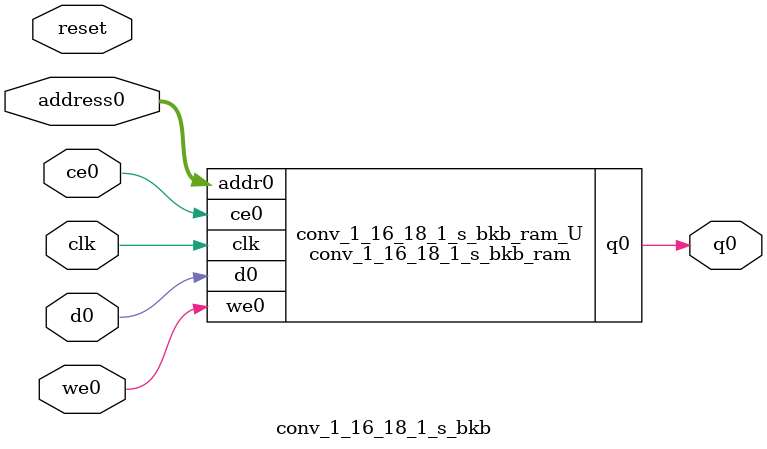
<source format=v>
`timescale 1 ns / 1 ps
module conv_1_16_18_1_s_bkb_ram (addr0, ce0, d0, we0, q0,  clk);

parameter DWIDTH = 1;
parameter AWIDTH = 5;
parameter MEM_SIZE = 18;

input[AWIDTH-1:0] addr0;
input ce0;
input[DWIDTH-1:0] d0;
input we0;
output reg[DWIDTH-1:0] q0;
input clk;

(* ram_style = "distributed" *)reg [DWIDTH-1:0] ram[0:MEM_SIZE-1];




always @(posedge clk)  
begin 
    if (ce0) begin
        if (we0) 
            ram[addr0] <= d0; 
        q0 <= ram[addr0];
    end
end


endmodule

`timescale 1 ns / 1 ps
module conv_1_16_18_1_s_bkb(
    reset,
    clk,
    address0,
    ce0,
    we0,
    d0,
    q0);

parameter DataWidth = 32'd1;
parameter AddressRange = 32'd18;
parameter AddressWidth = 32'd5;
input reset;
input clk;
input[AddressWidth - 1:0] address0;
input ce0;
input we0;
input[DataWidth - 1:0] d0;
output[DataWidth - 1:0] q0;



conv_1_16_18_1_s_bkb_ram conv_1_16_18_1_s_bkb_ram_U(
    .clk( clk ),
    .addr0( address0 ),
    .ce0( ce0 ),
    .we0( we0 ),
    .d0( d0 ),
    .q0( q0 ));

endmodule


</source>
